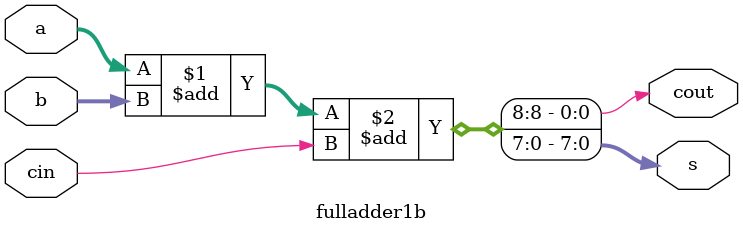
<source format=v>
module fulladder1b(
    input wire [7:0]a,
    input wire [7:0]b,
    input wire cin,
    output wire [7:0]s,
    output wire cout
);

assign {cout,s}=a+b+cin;

endmodule
</source>
